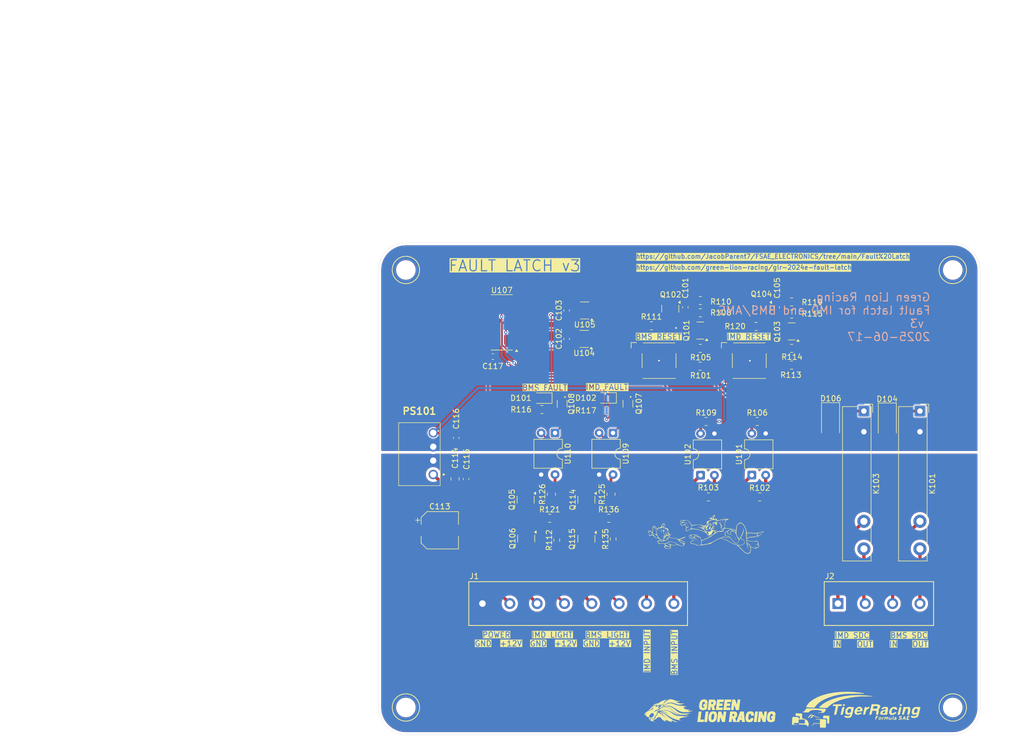
<source format=kicad_pcb>
(kicad_pcb (version 20241229) (generator "pcbnew") (generator_version "9.0")
  (title_block (title "Fault latch for IMD and BMS/AMS") (date "2025-06-17") (rev "v3") (company "Green Lion Racing") (comment 1 "Alexander Wallrodt") (comment 2 "JacobParent7"))
  (layers (0 "F.Cu" signal) (2 "B.Cu" signal) (13 "F.Paste" user) (15 "B.Paste" user) (5 "F.SilkS" user "F.Silkscreen") (7 "B.SilkS" user "B.Silkscreen") (1 "F.Mask" user) (3 "B.Mask" user) (25 "Edge.Cuts" user))
  (net 0 "")
  (net 1 "Net-(Q101-C)")
  (net 2 "+12V")
  (net 3 "Net-(Q102-B)")
  (net 4 "Net-(Q103-C)")
  (net 5 "Net-(D101-A)")
  (net 6 "Net-(D102-A)")
  (net 7 "+5V")
  (net 8 "Net-(D101-K)")
  (net 9 "Net-(D104-K)")
  (net 10 "GND")
  (net 11 "Net-(Q114-D)")
  (net 12 "Net-(D102-K)")
  (net 13 "Net-(D106-K)")
  (net 14 "BMS_INPUT")
  (net 15 "IMD_INPUT")
  (net 16 "Net-(Q101-B)")
  (net 17 "BMS_LED_GND")
  (net 18 "BMS_LED_12V")
  (net 19 "IMD_LED_GND")
  (net 20 "Net-(Q104-B)")
  (net 21 "IMD_LED_12V")
  (net 22 "Net-(Q103-B)")
  (net 23 "IMD_SDC_IN")
  (net 24 "GNDPWR")
  (net 25 "IMD_SDC_OUT")
  (net 26 "Net-(R101-Pad1)")
  (net 27 "Net-(Q107-D)")
  (net 28 "Net-(Q108-D)")
  (net 29 "Net-(U104-Pad4)")
  (net 30 "Net-(R102-Pad2)")
  (net 31 "Net-(R103-Pad1)")
  (net 32 "BMS_SDC_IN")
  (net 33 "Net-(R113-Pad1)")
  (net 34 "BMS_SDC_OUT")
  (net 35 "Net-(U107B-~{S})")
  (net 36 "Net-(Q105-D)")
  (net 37 "BMS_NRESET")
  (net 38 "NRESET_IMD")
  (net 39 "IMD_LED")
  (net 40 "BMS_LED")
  (net 41 "NBMS_LV")
  (net 45 "unconnected-(U107C-~{R}-Pad10)")
  (net 49 "NIMD_LV")
  (footprint "LOGO" (layer "F.Cu") (at 148.322 130.972)
    (property "Reference" "G***" (hide yes))
    (property "Value" "LOGO" (hide yes))
  )
  (footprint "Diode_SMD:D_SMA" (layer "F.Cu") (at 162.2495 76.9045 -90)
    (property "Reference" "D104")
    (property "Value" "D_Schottky" (hide yes))
  )
  (footprint "Package_TO_SOT_SMD:SOT-23" (layer "F.Cu") (at 139.2625 56.15 -90)
    (property "Reference" "Q104")
    (property "Value" "Q_NPN_BEC" (hide yes))
  )
  (footprint "Resistor_SMD:R_0603_1608Metric" (layer "F.Cu") (at 112.122 98.272 -90)
    (property "Reference" "R135")
    (property "Value" "510R" (hide yes))
  )
  (footprint "Resistor_SMD:R_0805_2012Metric_Pad1.20x1.40mm_HandSolder" (layer "F.Cu") (at 138.2625 59.4)
    (property "Reference" "R120")
    (property "Value" "1k" (hide yes))
  )
  (footprint "Resistor_SMD:R_0805_2012Metric_Pad1.20x1.40mm_HandSolder" (layer "F.Cu") (at 128.0625 54.65 180)
    (property "Reference" "R110")
    (property "Value" "100k" (hide yes))
  )
  (footprint "Resistor_SMD:R_0805_2012Metric_Pad1.20x1.40mm_HandSolder" (layer "F.Cu") (at 129.123131 76.7795 180)
    (property "Reference" "R109")
    (property "Value" "10k" (hide yes))
  )
  (footprint "Resistor_SMD:R_0603_1608Metric" (layer "F.Cu") (at 101.822 98.472 -90)
    (property "Reference" "R112")
    (property "Value" "510R" (hide yes))
  )
  (footprint "Resistor_SMD:R_0805_2012Metric_Pad1.20x1.40mm_HandSolder" (layer "F.Cu") (at 144.7625 63.4 180)
    (property "Reference" "R114")
    (property "Value" "10k" (hide yes))
  )
  (footprint "Resistor_SMD:R_0805_2012Metric_Pad1.20x1.40mm_HandSolder" (layer "F.Cu") (at 99.090181 74.588114)
    (property "Reference" "R116")
    (property "Value" "270R" (hide yes))
  )
  (footprint "Capacitor_SMD:C_0603_1608Metric_Pad1.08x0.95mm_HandSolder" (layer "F.Cu") (at 85.222 87.272 -90)
    (property "Reference" "C115")
    (property "Value" "0.33u" (hide yes))
  )
  (footprint "Resistor_SMD:R_0805_2012Metric_Pad1.20x1.40mm_HandSolder" (layer "F.Cu") (at 111.322 94.472 180)
    (property "Reference" "R136")
    (property "Value" "10k" (hide yes))
  )
  (footprint "Resistor_SMD:R_0805_2012Metric_Pad1.20x1.40mm_HandSolder" (layer "F.Cu") (at 100.822 90.072 90)
    (property "Reference" "R126")
    (property "Value" "10k" (hide yes))
  )
  (footprint "Package_DIP:DIP-4_W7.62mm" (layer "F.Cu") (at 128.097 86.6045 90)
    (property "Reference" "U102")
    (property "Value" "SFH617A-1" (hide yes))
  )
  (footprint "LED_SMD:LED_0805_2012Metric_Pad1.15x1.40mm_HandSolder" (layer "F.Cu") (at 110.847 72.472 180)
    (property "Reference" "D102")
    (property "Value" "RED" (hide yes))
  )
  (footprint "Diode_SMD:D_SMA" (layer "F.Cu") (at 151.8745 76.8545 -90)
    (property "Reference" "D106")
    (property "Value" "D_Schottky" (hide yes))
  )
  (footprint "Package_TO_SOT_SMD:SOT-23" (layer "F.Cu") (at 107.222 98.2345 -90)
    (property "Reference" "Q115")
    (property "Value" "Q_NMOS_GSD" (hide yes))
  )
  (footprint "LOGO" (layer "F.Cu") (at 128.295345 97.263897)
    (property "Reference" "G***" (hide yes))
    (property "Value" "LOGO" (hide yes))
  )
  (footprint "Package_DIP:DIP-4_W7.62mm" (layer "F.Cu") (at 137.472 86.5845 90)
    (property "Reference" "U101")
    (property "Value" "SFH617A-1" (hide yes))
  )
  (footprint "GLR_KiCad_Library:WECO-950-FB-08" (layer "F.Cu") (at 85.722 110.51)
    (property "Reference" "J1")
    (property "Value" "Screw_Terminal_01x08" (hide yes))
  )
  (footprint "Capacitor_SMD:CP_Elec_6.3x5.4" (layer "F.Cu") (at 80.422 96.672)
    (property "Reference" "C113")
    (property "Value" "47u" (hide yes))
  )
  (footprint "Resistor_SMD:R_0805_2012Metric_Pad1.20x1.40mm_HandSolder" (layer "F.Cu") (at 128.0625 56.9 180)
    (property "Reference" "R108")
    (property "Value" "1k" (hide yes))
  )
  (footprint "Capacitor_SMD:C_0603_1608Metric_Pad1.08x0.95mm_HandSolder" (layer "F.Cu") (at 125.3125 55.9 90)
    (property "Reference" "C101")
    (property "Value" "10n" (hide yes))
  )
  (footprint "Button_Switch_SMD:SW_SPST_Omron_B3FS-100xP" (layer "F.Cu") (at 137.0125 65.65)
    (property "Reference" "SW102" (hide yes))
    (property "Value" "SW_Omron_B3FS" (hide yes))
  )
  (footprint "Package_TO_SOT_SMD:SOT-23" (layer "F.Cu") (at 128.0625 60.15 180)
    (property "Reference" "Q101")
    (property "Value" "Q_NPN_BEC" (hide yes))
  )
  (footprint "MountingHole:MountingHole_3.2mm_M3" (layer "F.Cu") (at 174.222 49.072 -90)
    (property "Reference" "H104" (hide yes))
    (property "Value" "MountingHole" (hide yes))
  )
  (footprint "DC-DC:RI0505S" (layer "F.Cu") (at 79.222 86.472 90)
    (property "Reference" "PS101")
    (property "Value" "RI-1205S" (hide yes))
  )
  (footprint "Package_SO:SOIC-16_3.9x9.9mm_P1.27mm" (layer "F.Cu") (at 91.7625 58.65 180)
    (property "Reference" "U107")
    (property "Value" "74LS279" (hide yes))
  )
  (footprint "Capacitor_SMD:C_0603_1608Metric_Pad1.08x0.95mm_HandSolder" (layer "F.Cu") (at 103.622 56.472 90)
    (property "Reference" "C103")
    (property "Value" "100n" (hide yes))
  )
  (footprint "Package_TO_SOT_SMD:SOT-23-5" (layer "F.Cu") (at 106.822 61.672 180)
    (property "Reference" "U104")
    (property "Value" "74AHC1G00" (hide yes))
  )
  (footprint "MountingHole:MountingHole_3.2mm_M3" (layer "F.Cu") (at 74.222 129.072 -90)
    (property "Reference" "H102" (hide yes))
    (property "Value" "MountingHole" (hide yes))
  )
  (footprint "Resistor_SMD:R_0805_2012Metric_Pad1.20x1.40mm_HandSolder" (layer "F.Cu") (at 129.522 90.572 180)
    (property "Reference" "R103")
    (property "Value" "2.2k" (hide yes))
  )
  (footprint "Package_DIP:DIP-4_W7.62mm" (layer "F.Cu") (at 101.497 78.867 -90)
    (property "Reference" "U110")
    (property "Value" "SFH617A-1" (hide yes))
  )
  (footprint "Package_TO_SOT_SMD:SOT-23" (layer "F.Cu") (at 96.122 91.072 -90)
    (property "Reference" "Q105")
    (property "Value" "Q_NMOS_GSD" (hide yes))
  )
  (footprint "Package_TO_SOT_SMD:SOT-523" (layer "F.Cu") (at 102.795276 73.555786 -90)
    (property "Reference" "Q108")
    (property "Value" "Q_PMOS_GSD" (hide yes))
  )
  (footprint "Resistor_SMD:R_0805_2012Metric_Pad1.20x1.40mm_HandSolder" (layer "F.Cu") (at 144.7625 54.9 180)
    (property "Reference" "R119")
    (property "Value" "100k" (hide yes))
  )
  (footprint "Capacitor_SMD:C_0603_1608Metric_Pad1.08x0.95mm_HandSolder" (layer "F.Cu") (at 103.622 61.672 90)
    (property "Reference" "C102")
    (property "Value" "100n" (hide yes))
  )
  (footprint "Package_TO_SOT_SMD:SOT-23" (layer "F.Cu") (at 144.7625 60.3 180)
    (property "Reference" "Q103")
    (property "Value" "Q_NPN_BEC" (hide yes))
  )
  (footprint "Relay_THT:Relay_SPST-NO_Fujitsu_FTR-LYAA005x_FormA_Vertical" (layer "F.Cu") (at 168.222 74.872 -90)
    (property "Reference" "K101")
    (property "Value" "Fujitsu_FTR-LYAA005x" (hide yes))
  )
  (footprint "LOGO" (layer "F.Cu") (at 156.522 129.572)
    (property "Reference" "G***" (hide yes))
    (property "Value" "LOGO" (hide yes))
  )
  (footprint "Resistor_SMD:R_0805_2012Metric_Pad1.20x1.40mm_HandSolder" (layer "F.Cu") (at 119.122 59.272)
    (property "Reference" "R111")
    (property "Value" "1k" (hide yes))
  )
  (footprint "Package_TO_SOT_SMD:SOT-23" (layer "F.Cu") (at 107.222 91.072 -90)
    (property "Reference" "Q114")
    (property "Value" "Q_NMOS_GSD" (hide yes))
  )
  (footprint "Resistor_SMD:R_0805_2012Metric_Pad1.20x1.40mm_HandSolder" (layer "F.Cu") (at 144.7625 66.472)
    (property "Reference" "R113")
    (property "Value" "100k" (hide yes))
  )
  (footprint "GLR_KiCad_Library:WECO-950-FB-04" (layer "F.Cu") (at 170.722 109.634 -90)
    (property "Reference" "J2")
    (property "Value" "Screw_Terminal_01x04" (hide yes))
  )
  (footprint "Capacitor_SMD:C_0603_1608Metric_Pad1.08x0.95mm_HandSolder" (layer "F.Cu") (at 83.422 79.772 90)
    (property "Reference" "C116")
    (property "Value" "100n" (hide yes))
  )
  (footprint "Capacitor_SMD:C_0603_1608Metric_Pad1.08x0.95mm_HandSolder" (layer "F.Cu") (at 142.0125 55.9 90)
    (property "Reference" "C105")
    (property "Value" "10n" (hide yes))
  )
  (footprint "Resistor_SMD:R_0805_2012Metric_Pad1.20x1.40mm_HandSolder" (layer "F.Cu") (at 111.722 90.072 90)
    (property "Reference" "R125")
    (property "Value" "10k" (hide yes))
  )
  (footprint "Capacitor_SMD:C_0603_1608Metric_Pad1.08x0.95mm_HandSolder" (layer "F.Cu") (at 90.121594 64.899503)
    (property "Reference" "C117")
    (property "Value" "100n" (hide yes))
  )
  (footprint "Resistor_SMD:R_0805_2012Metric_Pad1.20x1.40mm_HandSolder" (layer "F.Cu") (at 128.022 66.672)
    (property "Reference" "R101")
    (property "Value" "100k" (hide yes))
  )
  (footprint "Package_TO_SOT_SMD:SOT-23" (layer "F.Cu") (at 96.222 98.172 -90)
    (property "Reference" "Q106")
    (property "Value" "Q_NMOS_GSD" (hide yes))
  )
  (footprint "Package_DIP:DIP-4_W7.62mm" (layer "F.Cu") (at 112.097 78.867 -90)
    (property "Reference" "U109")
    (property "Value" "SFH617A-1" (hide yes))
  )
  (footprint "GLR_KiCAD_Library:glr-logo" (layer "F.Cu") (at 129.822 129.672)
    (property "Reference" "G***" (hide yes))
    (property "Value" "LOGO" (hide yes))
  )
  (footprint "Button_Switch_SMD:SW_SPST_Omron_B3FS-100xP" (layer "F.Cu") (at 120.5125 65.65)
    (property "Reference" "SW101" (hide yes))
    (property "Value" "SW_Omron_B3FS" (hide yes))
  )
  (footprint "Relay_THT:Relay_SPST-NO_Fujitsu_FTR-LYAA005x_FormA_Vertical" (layer "F.Cu") (at 157.972 74.872 -90)
    (property "Reference" "K103")
    (property "Value" "Fujitsu_FTR-LYAA005x" (hide yes))
  )
  (footprint "Resistor_SMD:R_0805_2012Metric_Pad1.20x1.40mm_HandSolder" (layer "F.Cu") (at 110.922 74.772)
    (property "Reference" "R117")
    (property "Value" "270R" (hide yes))
  )
  (footprint "Resistor_SMD:R_0805_2012Metric_Pad1.20x1.40mm_HandSolder" (layer "F.Cu") (at 144.7625 57.15 180)
    (property "Reference" "R115")
    (property "Value" "1k" (hide yes))
  )
  (footprint "Resistor_SMD:R_0805_2012Metric_Pad1.20x1.40mm_HandSolder" (layer "F.Cu") (at 138.922 90.572)
    (property "Reference" "R102")
    (property "Value" "10k" (hide yes))
  )
  (footprint "MountingHole:MountingHole_3.2mm_M3" (layer "F.Cu") (at 174.222 129.072 -90)
    (property "Reference" "H103" (hide yes))
    (property "Value" "MountingHole" (hide yes))
  )
  (footprint "Package_TO_SOT_SMD:SOT-23-5" (layer "F.Cu") (at 106.922 56.472 180)
    (property "Reference" "U105")
    (property "Value" "74AHC1G00" (hide yes))
  )
  (footprint "Resistor_SMD:R_0805_2012Metric_Pad1.20x1.40mm_HandSolder" (layer "F.Cu") (at 100.522 94.472 180)
    (property "Reference" "R121")
    (property "Value" "10k" (hide yes))
  )
  (footprint "Resistor_SMD:R_0805_2012Metric_Pad1.20x1.40mm_HandSolder" (layer "F.Cu") (at 128.0625 63.4 180)
    (property "Reference" "R105")
    (property "Value" "10k" (hide yes))
  )
  (footprint "Capacitor_SMD:C_0805_2012Metric_Pad1.18x1.45mm_HandSolder" (layer "F.Cu") (at 83.222 87.272 -90)
    (property "Reference" "C114")
    (property "Value" "1u" (hide yes))
  )
  (footprint "Resistor_SMD:R_0805_2012Metric_Pad1.20x1.40mm_HandSolder" (layer "F.Cu") (at 138.472 76.7795 180)
    (property "Reference" "R106")
    (property "Value" "10k" (hide yes))
  )
  (footprint "Package_TO_SOT_SMD:SOT-523" (layer "F.Cu") (at 114.822 73.527 -90)
    (property "Reference" "Q107")
    (property "Value" "Q_PMOS_GSD" (hide yes))
  )
  (footprint "MountingHole:MountingHole_3.2mm_M3" (layer "F.Cu") (at 74.222 49.072 -90)
    (property "Reference" "H101" (hide yes))
    (property "Value" "MountingHole" (hide yes))
  )
  (footprint "Package_TO_SOT_SMD:SOT-23" (layer "F.Cu") (at 122.5625 56.15 -90)
    (property "Reference" "Q102")
    (property "Value" "Q_NPN_BEC" (hide yes))
  )
  (footprint "LED_SMD:LED_0805_2012Metric_Pad1.15x1.40mm_HandSolder" (layer "F.Cu") (at 99.095276 72.500786 180)
    (property "Reference" "D101")
    (property "Value" "RED" (hide yes))
  )
  (gr_circle (center 74.222 129.072) (end 76.722 129.072) (stroke (width 0.1524)) (fill no) (layer "F.SilkS"))
  (gr_circle (center 74.222 49.072) (end 76.722 49.072) (stroke (width 0.1524)) (fill no) (layer "F.SilkS"))
  (gr_circle (center 174.222 129.072) (end 176.722 129.072) (stroke (width 0.1524)) (fill no) (layer "F.SilkS"))
  (gr_circle (center 174.222 49.072) (end 176.722 49.072) (stroke (width 0.1524)) (fill no) (layer "F.SilkS"))
  (gr_arc (start 69.222 49.072) (mid 70.686466 45.536466) (end 74.222 44.072) (stroke (width 0.0381)) (layer "Edge.Cuts"))
  (gr_arc (start 174.222 44.072) (mid 177.757534 45.536466) (end 179.222 49.072) (stroke (width 0.0381)) (layer "Edge.Cuts"))
  (gr_line (start 174.222 134.072) (end 74.222 134.072) (stroke (width 0.0381)) (layer "Edge.Cuts"))
  (gr_line (start 69.222 129.072) (end 69.222 49.072) (stroke (width 0.0381)) (layer "Edge.Cuts"))
  (gr_line (start 179.222 49.072) (end 179.222 129.072) (stroke (width 0.0381)) (layer "Edge.Cuts"))
  (gr_line (start 74.222 44.072) (end 174.222 44.072) (stroke (width 0.0381)) (layer "Edge.Cuts"))
  (gr_arc (start 179.222 129.072) (mid 177.757534 132.607534) (end 174.222 134.072) (stroke (width 0.0381)) (layer "Edge.Cuts"))
  (gr_arc (start 74.222 134.072) (mid 70.686466 132.607534) (end 69.222 129.072) (stroke (width 0.0381)) (layer "Edge.Cuts"))
  (gr_text "BMS SDC" (at 162.722 116.472 0) (layer "F.SilkS" knockout) (effects (font (size 1 1)) (justify left bottom)))
  (gr_text "OUT" (at 156.622 118.072 0) (layer "F.SilkS" knockout) (effects (font (size 1 1)) (justify left bottom)))
  (gr_text "https://github.com/JacobParent7/FSAE_ELECTRONICS/tree/main/Fault%20Latch" (at 116.222 47.072 0) (layer "F.SilkS" knockout) (effects (font (size 0.8128 0.8128) (thickness 0.1524) (bold yes)) (justify left bottom)))
  (gr_text "IMD SDC" (at 152.522 116.472 0) (layer "F.SilkS" knockout) (effects (font (size 1 1)) (justify left bottom)))
  (gr_text "POWER" (at 88.122 116.372 0) (layer "F.SilkS" knockout) (effects (font (size 1 1)) (justify left bottom)))
  (gr_text "IMD RESET" (at 132.822 61.872 0) (layer "F.SilkS" knockout) (effects (font (size 1 1)) (justify left bottom)))
  (gr_text "IN" (at 152.222 118.072 0) (layer "F.SilkS" knockout) (effects (font (size 1 1)) (justify left bottom)))
  (gr_text "IMD LIGHT\n" (at 97.122 116.372 0) (layer "F.SilkS" knockout) (effects (font (size 1 1)) (justify left bottom)))
  (gr_text "BMS INPUT" (at 123.922 123.272 90) (layer "F.SilkS" knockout) (effects (font (size 1 1)) (justify left bottom)))
  (gr_text "GND" (at 86.722 117.972 0) (layer "F.SilkS" knockout) (effects (font (size 1 1)) (justify left bottom)))
  (gr_text "https://github.com/green-lion-racing/glr-2024e-fault-latch" (at 116.222 49.072 0) (layer "F.SilkS" knockout) (effects (font (size 0.8128 0.8128) (thickness 0.1524) (bold yes)) (justify left bottom)))
  (gr_text "BMS RESET" (at 116.122 61.872 0) (layer "F.SilkS" knockout) (effects (font (size 1 1)) (justify left bottom)))
  (gr_text "+12V" (at 91.322 117.972 0) (layer "F.SilkS" knockout) (effects (font (size 1 1)) (justify left bottom)))
  (gr_text "BMS LIGHT\n" (at 106.922 116.372 0) (layer "F.SilkS" knockout) (effects (font (size 1 1)) (justify left bottom)))
  (gr_text "GND" (at 96.822 117.972 0) (layer "F.SilkS" knockout) (effects (font (size 1 1)) (justify left bottom)))
  (gr_text "GND" (at 106.522 117.972 0) (layer "F.SilkS" knockout) (effects (font (size 1 1)) (justify left bottom)))
  (gr_text "IMD_FAULT" (at 107.022 71.072 0) (layer "F.SilkS" knockout) (effects (font (size 1 1)) (justify left bottom)))
  (gr_text "IMD INPUT" (at 118.922 122.772 90) (layer "F.SilkS" knockout) (effects (font (size 1 1)) (justify left bottom)))
  (gr_text "BMS FAULT" (at 95.422 71.172 0) (layer "F.SilkS" knockout) (effects (font (size 1 1)) (justify left bottom)))
  (gr_text "+12V\n" (at 101.322 117.972 0) (layer "F.SilkS" knockout) (effects (font (size 1 1)) (justify left bottom)))
  (gr_text "+12V\n" (at 111.222 117.972 0) (layer "F.SilkS" knockout) (effects (font (size 1 1)) (justify left bottom)))
  (gr_text "OUT" (at 166.722 118.072 0) (layer "F.SilkS" knockout) (effects (font (size 1 1)) (justify left bottom)))
  (gr_text "IN" (at 162.522 118.072 0) (layer "F.SilkS" knockout) (effects (font (size 1 1)) (justify left bottom)))
  (gr_text "FAULT LATCH ${REVISION}" (at 81.922 49.472 0) (layer "F.SilkS" knockout) (effects (font (size 2 2) (thickness 0.2) (bold yes)) (justify left bottom)))
  (gr_text "${COMPANY}\n${TITLE}\n${PROJECTNAME} ${REVISION}\n${ISSUE_DATE}" (at 170.222 62.172 0) (layer "B.SilkS") (effects (font (size 1.5 1.5) (thickness 0.1875)) (justify left bottom mirror)))
  (segment (start 125.45 56.9) (end 125.3125 56.7625) (width 0.3) (layer "F.Cu") (net 1))
  (segment (start 127.125 56.9625) (end 127.0625 56.9) (width 0.3) (layer "F.Cu") (net 1))
  (segment (start 127.0625 60.0875) (end 127.125 60.15) (width 0.3) (layer "F.Cu") (net 1))
  (segment (start 127.0625 56.9) (end 127.0625 60.0875) (width 0.3) (layer "F.Cu") (net 1))
  (segment (start 126.925 56.7625) (end 127.0625 56.9) (width 0.3) (layer "F.Cu") (net 1))
  (segment (start 127.0625 56.9) (end 125.45 56.9) (width 0.3) (layer "F.Cu") (net 1))
  (segment (start 83.397 88.1345) (end 83.222 88.3095) (width 0.6) (layer "F.Cu") (net 2))
  (segment (start 112.122 94.672) (end 112.322 94.472) (width 0.5) (layer "F.Cu") (net 2))
  (segment (start 114.022 91.072) (end 111.722 91.072) (width 0.6) (layer "F.Cu") (net 2))
  (segment (start 83.222 96.672) (end 83.222 88.3095) (width 0.6) (layer "F.Cu") (net 2))
  (segment (start 88.2595 88.1345) (end 91.822 84.572) (width 0.6) (layer "F.Cu") (net 2))
  (segment (start 114.622 84.572) (end 115.122 85.072) (width 0.6) (layer "F.Cu") (net 2))
  (segment (start 100.822 91.072) (end 101.522 91.772) (width 0.5) (layer "F.Cu") (net 2))
  (segment (start 81.0595 88.3095) (end 79.222 86.472) (width 0.6) (layer "F.Cu") (net 2))
  (segment (start 104.022 84.572) (end 114.622 84.572) (width 0.6) (layer "F.Cu") (net 2))
  (segment (start 83.222 100.072) (end 83.222 96.672) (width 0.6) (layer "F.Cu") (net 2))
  (segment (start 83.222 88.3095) (end 81.0595 88.3095) (width 0.6) (layer "F.Cu") (net 2))
  (segment (start 103.522 84.572) (end 104.022 84.572) (width 0.5) (layer "F.Cu") (net 2))
  (segment (start 101.522 91.772) (end 101.522 94.472) (width 0.5) (layer "F.Cu") (net 2))
  (segment (start 100.822 91.072) (end 102.922 91.072) (width 0.5) (layer "F.Cu") (net 2))
  (segment (start 83.191 96.703) (end 83.222 96.672) (width 0.6) (layer "F.Cu") (net 2))
  (segment (start 102.922 91.072) (end 103.522 90.472) (width 0.5) (layer "F.Cu") (net 2))
  (segment (start 112.322 91.672) (end 111.722 91.072) (width 0.5) (layer "F.Cu") (net 2))
  (segment (start 112.122 97.447) (end 112.122 94.672) (width 0.5) (layer "F.Cu") (net 2))
  (segment (start 101.822 97.647) (end 101.822 94.772) (width 0.5) (layer "F.Cu") (net 2))
  (segment (start 85.222 88.1345) (end 83.397 88.1345) (width 0.6) (layer "F.Cu") (net 2))
  (segment (start 91.822 84.572) (end 104.022 84.572) (width 0.6) (layer "F.Cu") (net 2))
  (segment (start 101.222 91.472) (end 100.822 91.072) (width 0.5) (layer "F.Cu") (net 2))
  (segment (start 85.222 88.1345) (end 88.2595 88.1345) (width 0.6) (layer "F.Cu") (net 2))
  (segment (start 115.122 89.972) (end 114.022 91.072) (width 0.6) (layer "F.Cu") (net 2))
  (segment (start 103.522 90.472) (end 103.522 84.572) (width 0.5) (layer "F.Cu") (net 2))
  (segment (start 115.122 85.072) (end 115.122 89.972) (width 0.6) (layer "F.Cu") (net 2))
  (segment (start 112.322 94.472) (end 112.322 91.672) (width 0.5) (layer "F.Cu") (net 2))
  (segment (start 101.822 94.772) (end 101.522 94.472) (width 0.5) (layer "F.Cu") (net 2))
  (segment (start 93.222 110.072) (end 83.222 100.072) (width 0.6) (layer "F.Cu") (net 2))
  (segment (start 127.0625 54.65) (end 125.7 54.65) (width 0.5) (layer "F.Cu") (net 3))
  (segment (start 125.7 54.65) (end 125.3125 55.0375) (width 0.5) (layer "F.Cu") (net 3))
  (segment (start 123.6875 55.0375) (end 123.5125 55.2125) (width 0.3) (layer "F.Cu") (net 3))
  (segment (start 125.3125 55.0375) (end 123.6875 55.0375) (width 0.3) (layer "F.Cu") (net 3))
  (segment (start 143.375 56.7625) (end 143.7625 57.15) (width 0.5) (layer "F.Cu") (net 4))
  (segment (start 143.7625 57.15) (end 143.7625 57.3875) (width 0.3) (layer "F.Cu") (net 4))
  (segment (start 143.825 57.45) (end 143.825 60.3) (width 0.3) (layer "F.Cu") (net 4))
  (segment (start 143.7625 57.3875) (end 143.825 57.45) (width 0.3) (layer "F.Cu") (net 4))
  (segment (start 142.0125 56.7625) (end 143.375 56.7625) (width 0.5) (layer "F.Cu") (net 4))
  (segment (start 143.825 57.2125) (end 143.7625 57.15) (width 0.3) (layer "F.Cu") (net 4))
  (segment (start 98.090181 74.588114) (end 98.090181 72.520691) (width 0.3) (layer "F.Cu") (net 5))
  (segment (start 98.090181 72.520691) (end 98.070276 72.500786) (width 0.3) (layer "F.Cu") (net 5))
  (segment (start 109.922 74.772) (end 109.922 72.572) (width 0.3) (layer "F.Cu") (net 6))
  (segment (start 109.922 72.572) (end 109.822 72.472) (width 0.3) (layer "F.Cu") (net 6))
  (segment (start 116.5125 67.9) (end 124.5125 67.9) (width 0.5) (layer "F.Cu") (net 7))
  (segment (start 133.0125 67.9) (end 133.0125 69.1815) (width 0.5) (layer "F.Cu") (net 7))
  (segment (start 100.7845 57.3345) (end 100.722 57.272) (width 0.3) (layer "F.Cu") (net 7))
  (segment (start 89.2875 63.095) (end 89.2875 64.871097) (width 0.5) (layer "F.Cu") (net 7))
  (segment (start 103.622 57.3345) (end 100.7845 57.3345) (width 0.3) (layer "F.Cu") (net 7))
  (segment (start 145.7625 54.9) (end 145.7625 57.15) (width 0.5) (layer "F.Cu") (net 7))
  (segment (start 90.163302 75.639114) (end 89.259094 74.734906) (width 0.3) (layer "F.Cu") (net 7))
  (segment (start 105.6845 62.622) (end 103.7095 62.622) (width 0.3) (layer "F.Cu") (net 7))
  (segment (start 100.090181 74.588114) (end 99.039181 75.639114) (width 0.3) (layer "F.Cu") (net 7))
  (segment (start 133.0125 67.9) (end 131.7615 66.649) (width 0.5) (layer "F.Cu") (net 7))
  (segment (start 131.7615 66.649) (end 131.7615 62.249) (width 0.5) (layer "F.Cu") (net 7))
  (segment (start 146.594 67.9) (end 147.822 66.672) (width 0.5) (layer "F.Cu") (net 7))
  (segment (start 130.123131 76.7795) (end 131.5145 76.7795) (width 0.3) (layer "F.Cu") (net 7))
  (segment (start 133.0125 67.9) (end 141.0125 67.9) (width 0.5) (layer "F.Cu") (net 7))
  (segment (start 79.2795 78.9095) (end 79.222 78.852) (width 0.5) (layer "F.Cu") (net 7))
  (segment (start 105.7845 57.422) (end 103.7095 57.422) (width 0.3) (layer "F.Cu") (net 7))
  (segment (start 103.7095 62.622) (end 103.622 62.5345) (width 0.3) (layer "F.Cu") (net 7))
  (segment (start 141.0125 67.9) (end 146.594 67.9) (width 0.5) (layer "F.Cu") (net 7))
  (segment (start 113.812 72.882) (end 114.322 72.882) (width 0.3) (layer "F.Cu") (net 7))
  (segment (start 116.5125 67.9) (end 115.022 66.4095) (width 0.5) (layer "F.Cu") (net 7))
  (segment (start 133.0125 69.1815) (end 132.422 69.772) (width 0.5) (layer "F.Cu") (net 7))
  (segment (start 111.922 74.772) (end 113.812 72.882) (width 0.3) (layer "F.Cu") (net 7))
  (segment (start 100.090181 74.588114) (end 100.617948 74.588114) (width 0.3) (layer "F.Cu") (net 7))
  (segment (start 139.4295 76.7795) (end 132.422 69.772) (width 0.3) (layer "F.Cu") (net 7))
  (segment (start 83.422 78.9095) (end 79.2795 78.9095) (width 0.5) (layer "F.Cu") (net 7))
  (segment (start 89.2875 64.871097) (end 89.259094 64.899503) (width 0.5) (layer "F.Cu") (net 7))
  (segment (start 83.422 78.9095) (end 85.0845 78.9095) (width 0.5) (layer "F.Cu") (net 7))
  (segment (start 129.0625 56.9) (end 129.0625 54.65) (width 0.5) (layer "F.Cu") (net 7))
  (segment (start 147.822 66.672) (end 147.822 59.2095) (width 0.5) (layer "F.Cu") (net 7))
  (segment (start 131.7615 59.599) (end 131.9605 59.4) (width 0.5) (layer "F.Cu") (net 7))
  (segment (start 131.7615 59.599) (end 129.0625 56.9) (width 0.5) (layer "F.Cu") (net 7))
  (segment (start 131.7615 62.249) (end 131.7615 59.599) (width 0.5) (layer "F.Cu") (net 7))
  (segment (start 103.622 62.5345) (end 100.8845 62.5345) (width 0.3) (layer "F.Cu") (net 7))
  (segment (start 115.022 60.572) (end 116.322 59.272) (width 0.5) (layer "F.Cu") (net 7))
  (segment (start 85.0845 78.9095) (end 89.259094 74.734906) (width 0.5) (layer "F.Cu") (net 7))
  (segment (start 115.022 66.4095) (end 115.022 60.572) (width 0.5) (layer "F.Cu") (net 7))
  (segment (start 89.259094 74.734906) (end 89.259094 64.899503) (width 0.5) (layer "F.Cu") (net 7))
  (segment (start 103.7095 57.422) (end 103.622 57.3345) (width 0.3) (layer "F.Cu") (net 7))
  (segment (start 131.5145 76.7795) (end 131.522 76.772) (width 0.3) (layer "F.Cu") (net 7))
  (segment (start 100.8845 62.5345) (end 100.822 62.472) (width 0.3) (layer "F.Cu") (net 7))
  (segment (start 99.039181 75.639114) (end 90.163302 75.639114) (width 0.3) (layer "F.Cu") (net 7))
  (segment (start 147.822 59.2095) (end 145.7625 57.15) (width 0.5) (layer "F.Cu") (net 7))
  (segment (start 131.9605 59.4) (end 137.2625 59.4) (width 0.5) (layer "F.Cu") (net 7))
  (segment (start 116.322 59.272) (end 118.122 59.272) (width 0.5) (layer "F.Cu") (net 7))
  (segment (start 100.617948 74.588114) (end 102.295276 72.910786) (width 0.3) (layer "F.Cu") (net 7))
  (segment (start 124.5125 67.9) (end 133.0125 67.9) (width 0.5) (layer "F.Cu") (net 7))
  (segment (start 139.472 76.7795) (end 139.4295 76.7795) (width 0.3) (layer "F.Cu") (net 7))
  (segment (start 111.922 74.772) (end 111.922 75.372) (width 0.3) (layer "F.Cu") (net 7))
  (segment (start 111.922 75.372) (end 110.922 76.372) (width 0.3) (layer "F.Cu") (net 7))
  (via (at 131.522 76.772) (size 0.6) (drill 0.3) (layers "F.Cu" "B.Cu") (net 7))
  (via (at 110.922 76.372) (size 0.6) (drill 0.3) (layers "F.Cu" "B.Cu") (net 7))
  (via (at 132.422 69.772) (size 0.6) (drill 0.3) (layers "F.Cu" "B.Cu") (net 7))
  (via (at 100.722 57.272) (size 0.6) (drill 0.3) (layers "F.Cu" "B.Cu") (net 7))
  (via (at 100.822 62.472) (size 0.6) (drill 0.3) (layers "F.Cu" "B.Cu") (net 7))
  (segment (start 100.922 70.672) (end 110.922 70.672) (width 0.5) (layer "B.Cu") (net 7))
  (segment (start 100.822 62.472) (end 100.822 70.572) (width 0.3) (layer "B.Cu") (net 7))
  (segment (start 100.722 57.272) (end 100.822 57.372) (width 0.3) (layer "B.Cu") (net 7))
  (segment (start 100.822 70.572) (end 100.922 70.672) (width 0.3) (layer "B.Cu") (net 7))
  (segment (start 132.022 76.772) (end 131.522 76.772) (width 0.3) (layer "B.Cu") (net 7))
  (segment (start 132.422 76.372) (end 132.022 76.772) (width 0.3) (layer "B.Cu") (net 7))
  (segment (start 131.522 70.672) (end 132.422 69.772) (width 0.5) (layer "B.Cu") (net 7))
  (segment (start 87.402 70.672) (end 100.922 70.672) (width 0.5) (layer "B.Cu") (net 7))
  (segment (start 132.422 69.772) (end 132.422 76.372) (width 0.3) (layer "B.Cu") (net 7))
  (segment (start 79.222 78.852) (end 87.402 70.672) (width 0.5) (layer "B.Cu") (net 7))
  (segment (start 100.822 57.372) (end 100.822 62.472) (width 0.3) (layer "B.Cu") (net 7))
  (segment (start 110.922 70.672) (end 131.522 70.672) (width 0.5) (layer "B.Cu") (net 7))
  (segment (start 110.922 76.372) (end 110.922 70.672) (width 0.3) (layer "B.Cu") (net 7))
  (segment (start 92.519 55.475) (end 91.722 56.272) (width 0.3) (layer "F.Cu") (net 8))
  (segment (start 100.120276 72.500786) (end 97.29149 69.672) (width 0.3) (layer "F.Cu") (net 8))
  (segment (start 91.722 56.272) (end 91.722 57.572) (width 0.3) (layer "F.Cu") (net 8))
  (segment (start 97.29149 69.672) (end 96.522 69.672) (width 0.3) (layer "F.Cu") (net 8))
  (segment (start 102.689276 72.304786) (end 103.295276 72.910786) (width 0.3) (layer "F.Cu") (net 8))
  (segment (start 96.522 69.672) (end 93.022 66.172) (width 0.3) (layer "F.Cu") (net 8))
  (segment (start 100.316276 72.304786) (end 102.689276 72.304786) (width 0.3) (layer "F.Cu") (net 8))
  (segment (start 100.120276 72.500786) (end 100.316276 72.304786) (width 0.3) (layer "F.Cu") (net 8))
  (segment (start 94.2375 55.475) (end 92.519 55.475) (width 0.3) (layer "F.Cu") (net 8))
  (via (at 91.722 57.572) (size 0.6) (drill 0.3) (layers "F.Cu" "B.Cu") (net 8))
  (via (at 93.022 66.172) (size 0.6) (drill 0.3) (layers "F.Cu" "B.Cu") (net 8))
  (segment (start 91.722 64.872) (end 91.722 57.572) (width 0.3) (layer "B.Cu") (net 8))
  (segment (start 93.022 66.172) (end 91.722 64.872) (width 0.3) (layer "B.Cu") (net 8))
  (segment (start 147.41548 80.62) (end 111.31 80.62) (width 0.3) (layer "F.Cu") (net 9))
  (segment (start 162.2495 74.9045) (end 162.2495 74.8995) (width 0.5) (layer "F.Cu") (net 9))
  (segment (start 147.41548 80.62) (end 148.922 79.113478) (width 0.3) (layer "F.Cu") (net 9))
  (segment (start 148.922 73.862) (end 150.867 71.917) (width 0.3) (layer "F.Cu") (net 9))
  (segment (start 162.2495 72.7995) (end 162.2495 74.9045) (width 0.3) (layer "F.Cu") (net 9))
  (segment (start 148.922 79.113478) (end 148.922 73.862) (width 0.3) (layer "F.Cu") (net 9))
  (segment (start 168.222 74.872) (end 162.282 74.872) (width 0.5) (layer "F.Cu") (net 9))
  (segment (start 150.867 71.917) (end 161.367 71.917) (width 0.3) (layer "F.Cu") (net 9))
  (segment (start 162.282 74.872) (end 162.2495 74.9045) (width 0.5) (layer "F.Cu") (net 9))
  (segment (start 161.367 71.917) (end 162.2495 72.7995) (width 0.3) (layer "F.Cu") (net 9))
  (segment (start 111.31 80.62) (end 109.557 78.867) (width 0.3) (layer "F.Cu") (net 9))
  (via (at 120.5125 65.65) (size 0.6) (drill 0.3) (layers "F.Cu" "B.Cu") (net 10))
  (via (at 137.122 65.672) (size 0.6) (drill 0.3) (layers "F.Cu" "B.Cu") (net 10))
  (via (at 123.622 59.672) (size 0.6) (drill 0.3) (layers "F.Cu" "B.Cu") (net 10))
  (segment (start 107.222 92.0095) (end 109.6845 94.472) (width 0.5) (layer "F.Cu") (net 11))
  (segment (start 110.322 94.472) (end 109.722 94.472) (width 0.5) (layer "F.Cu") (net 11))
  (segment (start 109.722 94.472) (end 108.222 95.972) (width 0.5) (layer "F.Cu") (net 11))
  (segment (start 109.6845 94.472) (end 110.322 94.472) (width 0.5) (layer "F.Cu") (net 11))
  (segment (start 108.222 97.247) (end 108.172 97.297) (width 0.5) (layer "F.Cu") (net 11))
  (segment (start 108.222 95.972) (end 108.222 97.247) (width 0.5) (layer "F.Cu") (net 11))
  (segment (start 93.109 59.285) (end 94.2375 59.285) (width 0.3) (layer "F.Cu") (net 12))
  (segment (start 112.068 72.276) (end 114.716 72.276) (width 0.3) (layer "F.Cu") (net 12))
  (segment (start 92.522 60.422) (end 92.522 59.872) (width 0.3) (layer "F.Cu") (net 12))
  (segment (start 92.522 59.872) (end 93.109 59.285) (width 0.3) (layer "F.Cu") (net 12))
  (segment (start 111.872 72.472) (end 112.068 72.276) (width 0.3) (layer "F.Cu") (net 12))
  (segment (start 108.572 69.172) (end 97.122 69.172) (width 0.3) (layer "F.Cu") (net 12))
  (segment (start 92.472 60.472) (end 92.522 60.422) (width 0.3) (layer "F.Cu") (net 12))
  (segment (start 111.872 72.472) (end 108.572 69.172) (width 0.3) (layer "F.Cu") (net 12))
  (segment (start 114.716 72.276) (end 115.322 72.882) (width 0.3) (layer "F.Cu") (net 12))
  (segment (start 97.122 69.172) (end 94.022 66.072) (width 0.3) (layer "F.Cu") (net 12))
  (via (at 92.472 60.472) (size 0.6) (drill 0.3) (layers "F.Cu" "B.Cu") (net 12))
  (via (at 94.022 66.072) (size 0.6) (drill 0.3) (layers "F.Cu" "B.Cu") (net 12))
  (segment (start 92.472 64.522) (end 94.022 66.072) (width 0.3) (layer "B.Cu") (net 12))
  (segment (start 92.472 60.472) (end 92.472 64.522) (width 0.3) (layer "B.Cu") (net 12))
  (segment (start 101.211 81.121) (end 98.957 78.867) (width 0.3) (layer "F.Cu") (net 13))
  (segment (start 157.972 74.872) (end 151.892 74.872) (width 0.5) (layer "F.Cu") (net 13))
  (segment (start 149.423 76.071) (end 150.6395 74.8545) (width 0.3) (layer "F.Cu") (net 13))
  (segment (start 149.423 79.321) (end 149.423 76.071) (width 0.3) (layer "F.Cu") (net 13))
  (segment (start 150.6395 74.8545) (end 151.8745 74.8545) (width 0.3) (layer "F.Cu") (net 13))
  (segment (start 98.857 78.667) (end 98.857 78.907) (width 0.3) (layer "F.Cu") (net 13))
  (segment (start 147.623001 81.121) (end 149.423 79.321) (width 0.3) (layer "F.Cu") (net 13))
  (segment (start 147.623001 81.121) (end 101.211 81.121) (width 0.3) (layer "F.Cu") (net 13))
  (segment (start 151.892 74.872) (end 151.8745 74.8545) (width 0.5) (layer "F.Cu") (net 13))
  (segment (start 151.8745 76.0095) (end 151.8745 74.8545) (width 0.3) (layer "F.Cu") (net 13))
  (segment (start 123.222 100.8345) (end 123.222 110.072) (width 0.6) (layer "F.Cu") (net 14))
  (segment (start 137.472 86.5845) (end 123.222 100.8345) (width 0.6) (layer "F.Cu") (net 14))
  (segment (start 128.097 86.6045) (end 118.222 96.4795) (width 0.6) (layer "F.Cu") (net 15))
  (segment (start 118.222 96.4795) (end 118.222 110.072) (width 0.6) (layer "F.Cu") (net 15))
  (segment (start 129 63.3375) (end 129.0625 63.4) (width 0.3) (layer "F.Cu") (net 16))
  (segment (start 129.0625 61.1625) (end 129 61.1) (width 0.3) (layer "F.Cu") (net 16))
  (segment (start 129 61.1) (end 129 63.3375) (width 0.3) (layer "F.Cu") (net 16))
  (segment (start 107.222 109.072) (end 108.222 110.072) (width 0.6) (layer "F.Cu") (net 17))
  (segment (start 107.222 99.172) (end 107.222 109.072) (width 0.6) (layer "F.Cu") (net 17))
  (segment (start 112.122 108.972) (end 113.222 110.072) (width 0.5) (layer "F.Cu") (net 18))
  (segment (start 112.203 99.178) (end 112.122 99.097) (width 0.5) (layer "F.Cu") (net 18))
  (segment (start 112.122 99.097) (end 112.122 108.972) (width 0.5) (layer "F.Cu") (net 18))
  (segment (start 96.222 108.072) (end 98.222 110.072) (width 0.6) (layer "F.Cu") (net 19))
  (segment (start 96.222 99.1095) (end 96.222 108.072) (width 0.6) (layer "F.Cu") (net 19))
  (segment (start 143.625 55.0375) (end 143.7625 54.9) (width 0.5) (layer "F.Cu") (net 20))
  (segment (start 142.0125 55.0375) (end 143.625 55.0375) (width 0.5) (layer "F.Cu") (net 20))
  (segment (start 141.8375 55.2125) (end 142.0125 55.0375) (width 0.5) (layer "F.Cu") (net 20))
  (segment (start 140.2125 55.2125) (end 141.8375 55.2125) (width 0.5) (layer "F.Cu") (net 20))
  (segment (start 101.822 99.297) (end 101.822 108.672) (width 0.5) (layer "F.Cu") (net 21))
  (segment (start 101.822 108.672) (end 103.222 110.072) (width 0.5) (layer "F.Cu") (net 21))
  (segment (start 101.922 99.397) (end 101.822 99.297) (width 0.5) (layer "F.Cu") (net 21))
  (segment (start 145.7625 61.3125) (end 145.7 61.25) (width 0.3) (layer "F.Cu") (net 22))
  (segment (start 145.7 63.3375) (end 145.7625 63.4) (width 0.3) (layer "F.Cu") (net 22))
  (segment (start 145.7625 63.4) (end 145.7625 61.3125) (width 0.3) (layer "F.Cu") (net 22))
  (segment (start 157.972 95.032) (end 153.222 99.782) (width 0.6) (layer "F.Cu") (net 23))
  (segment (start 153.222 99.782) (end 153.222 110.072) (width 0.6) (layer "F.Cu") (net 23))
  (segment (start 157.972 109.822) (end 158.222 110.072) (width 0.6) (layer "F.Cu") (net 25))
  (segment (start 157.972 100.072) (end 157.972 109.822) (width 0.6) (layer "F.Cu") (net 25))
  (segment (start 127.022 66.672) (end 127.0625 66.6315) (width 0.5) (layer "F.Cu") (net 26))
  (segment (start 127.0625 66.6315) (end 127.0625 63.4) (width 0.5) (layer "F.Cu") (net 26))
  (segment (start 116.5125 63.4) (end 127.0625 63.4) (width 0.5) (layer "F.Cu") (net 26))
  (segment (start 114.822 76.142) (end 112.097 78.867) (width 0.3) (layer "F.Cu") (net 27))
  (segment (start 114.822 74.172) (end 114.822 76.142) (width 0.3) (layer "F.Cu") (net 27))
  (segment (start 102.822 74.22751) (end 102.822 77.542) (width 0.3) (layer "F.Cu") (net 28))
  (segment (start 102.795276 74.200786) (end 102.822 74.22751) (width 0.3) (layer "F.Cu") (net 28))
  (segment (start 102.822 77.542) (end 101.497 78.867) (width 0.3) (layer "F.Cu") (net 28))
  (segment (start 94.2375 61.825) (end 94.2375 60.555) (width 0.3) (layer "F.Cu") (net 29))
  (segment (start 105.6845 60.722) (end 104.8835 59.921) (width 0.3) (layer "F.Cu") (net 29))
  (segment (start 104.8835 59.921) (end 95.846499 59.921) (width 0.3) (layer "F.Cu") (net 29))
  (segment (start 95.846499 59.921) (end 95.212499 60.555) (width 0.3) (layer "F.Cu") (net 29))
  (segment (start 95.212499 60.555) (end 94.2375 60.555) (width 0.3) (layer "F.Cu") (net 29))
  (segment (start 140.012 90.482) (end 139.922 90.572) (width 0.6) (layer "F.Cu") (net 30))
  (segment (start 140.012 86.5845) (end 140.012 90.482) (width 0.6) (layer "F.Cu") (net 30))
  (segment (start 130.637 90.457) (end 130.522 90.572) (width 0.6) (layer "F.Cu") (net 31))
  (segment (start 130.722 86.6895) (end 130.637 86.6045) (width 0.6) (layer "F.Cu") (net 31))
  (segment (start 130.637 86.6045) (end 130.637 90.457) (width 0.6) (layer "F.Cu") (net 31))
  (segment (start 168.222 95.032) (end 163.222 100.032) (width 0.6) (layer "F.Cu") (net 32))
  (segment (start 163.222 100.032) (end 163.222 110.072) (width 0.6) (layer "F.Cu") (net 32))
  (segment (start 133.0125 63.4) (end 143.7625 63.4) (width 0.5) (layer "F.Cu") (net 33))
  (segment (start 143.7625 65.8) (end 143.7625 63.4) (width 0.3) (layer "F.Cu") (net 33))
  (segment (start 168.222 100.072) (end 168.222 110.072) (width 0.6) (layer "F.Cu") (net 34))
  (segment (start 104.9835 54.721) (end 97.236499 54.721) (width 0.3) (layer "F.Cu") (net 35))
  (segment (start 95.212499 56.745) (end 94.2375 56.745) (width 0.3) (layer "F.Cu") (net 35))
  (segment (start 97.236499 54.721) (end 95.212499 56.745) (width 0.3) (layer "F.Cu") (net 35))
  (segment (start 105.7845 55.522) (end 104.9835 54.721) (width 0.3) (layer "F.Cu") (net 35))
  (segment (start 98.5845 94.472) (end 96.122 92.0095) (width 0.5) (layer "F.Cu") (net 36))
  (segment (start 99.522 94.472) (end 98.5845 94.472) (width 0.5) (layer "F.Cu") (net 36))
  (segment (start 98.6345 94.472) (end 97.172 95.9345) (width 0.5) (layer "F.Cu") (net 36))
  (segment (start 97.172 95.9345) (end 97.172 97.2345) (width 0.5) (layer "F.Cu") (net 36))
  (segment (start 99.522 94.472) (end 98.6345 94.472) (width 0.5) (layer "F.Cu") (net 36))
  (segment (start 122.5625 58.1315) (end 121.422 59.272) (width 0.3) (layer "F.Cu") (net 37))
  (segment (start 122.5625 57.0875) (end 122.5625 58.1315) (width 0.3) (layer "F.Cu") (net 37))
  (segment (start 121.422 59.272) (end 120.122 59.272) (width 0.3) (layer "F.Cu") (net 37))
  (segment (start 111.722 61.672) (end 116.3065 57.0875) (width 0.3) (layer "F.Cu") (net 37))
  (segment (start 122.547 57.072) (end 122.5625 57.0875) (width 0.5) (layer "F.Cu") (net 37))
  (segment (start 116.3065 57.0875) (end 122.5625 57.0875) (width 0.3) (layer "F.Cu") (net 37))
  (segment (start 107.9595 61.672) (end 111.722 61.672) (width 0.3) (layer "F.Cu") (net 37))
  (segment (start 108.0595 56.472) (end 112.522 56.472) (width 0.3) (layer "F.Cu") (net 38))
  (segment (start 115.395 53.599) (end 135.248822 53.599) (width 0.3) (layer "F.Cu") (net 38))
  (segment (start 112.522 56.472) (end 115.395 53.599) (width 0.3) (layer "F.Cu") (net 38))
  (segment (start 138.737322 57.0875) (end 139.2625 57.0875) (width 0.3) (layer "F.Cu") (net 38))
  (segment (start 135.248822 53.599) (end 138.737322 57.0875) (width 0.3) (layer "F.Cu") (net 38))
  (segment (start 139.2625 59.4) (end 139.2625 57.0875) (width 0.3) (layer "F.Cu") (net 38))
  (segment (start 100.822 89.072) (end 99.4595 89.072) (width 0.5) (layer "F.Cu") (net 39))
  (segment (start 98.397 90.1345) (end 97.072 90.1345) (width 0.5) (layer "F.Cu") (net 39))
  (segment (start 101.422 86.672) (end 101.422 86.612) (width 0.3) (layer "F.Cu") (net 39))
  (segment (start 101.497 88.397) (end 101.497 86.487) (width 0.5) (layer "F.Cu") (net 39))
  (segment (start 99.4595 89.072) (end 98.397 90.1345) (width 0.5) (layer "F.Cu") (net 39))
  (segment (start 100.822 89.072) (end 101.497 88.397) (width 0.5) (layer "F.Cu") (net 39))
  (segment (start 111.722 86.862) (end 112.097 86.487) (width 0.5) (layer "F.Cu") (net 40))
  (segment (start 111.722 89.072) (end 111.722 86.862) (width 0.5) (layer "F.Cu") (net 40))
  (segment (start 108.672 90.1345) (end 108.172 90.1345) (width 0.5) (layer "F.Cu") (net 40))
  (segment (start 109.7345 89.072) (end 108.672 90.1345) (width 0.5) (layer "F.Cu") (net 40))
  (segment (start 111.722 89.072) (end 109.7345 89.072) (width 0.5) (layer "F.Cu") (net 40))
  (segment (start 97.922 68.072) (end 109.222 68.072) (width 0.3) (layer "F.Cu") (net 41))
  (segment (start 110.622 69.472) (end 130.1645 69.472) (width 0.3) (layer "F.Cu") (net 41))
  (segment (start 109.222 68.072) (end 110.622 69.472) (width 0.3) (layer "F.Cu") (net 41))
  (segment (start 107.1585 63.423) (end 94.5655 63.423) (width 0.3) (layer "F.Cu") (net 41))
  (segment (start 94.2375 64.3875) (end 97.922 68.072) (width 0.3) (layer "F.Cu") (net 41))
  (segment (start 137.472 76.7795) (end 137.472 78.9645) (width 0.5) (layer "F.Cu") (net 41))
  (segment (start 107.9595 62.622) (end 107.1585 63.423) (width 0.3) (layer "F.Cu") (net 41))
  (segment (start 94.5655 63.423) (end 94.2375 63.095) (width 0.3) (layer "F.Cu") (net 41))
  (segment (start 94.2375 63.095) (end 94.2375 64.3875) (width 0.3) (layer "F.Cu") (net 41))
  (segment (start 130.1645 69.472) (end 137.472 76.7795) (width 0.3) (layer "F.Cu") (net 41))
  (segment (start 137.522 76.7295) (end 137.472 76.7795) (width 0.3) (layer "F.Cu") (net 41))
  (segment (start 89.2875 55.475) (end 89.919 55.475) (width 0.3) (layer "F.Cu") (net 45))
  (segment (start 128.123131 76.7795) (end 128.123131 78.958369) (width 0.5) (layer "F.Cu") (net 49))
  (segment (start 97.622 68.572) (end 91.822 62.772) (width 0.3) (layer "F.Cu") (net 49))
  (segment (start 108.0595 57.422) (end 107.2585 58.223) (width 0.3) (layer "F.Cu") (net 49))
  (segment (start 128.123131 76.7795) (end 121.315631 69.972) (width 0.3) (layer "F.Cu") (net 49))
  (segment (start 92.679 58.015) (end 94.2375 58.015) (width 0.3) (layer "F.Cu") (net 49))
  (segment (start 108.922 68.572) (end 97.622 68.572) (width 0.3) (layer "F.Cu") (net 49))
  (segment (start 110.322 69.972) (end 108.922 68.572) (width 0.3) (layer "F.Cu") (net 49))
  (segment (start 121.315631 69.972) (end 110.322 69.972) (width 0.3) (layer "F.Cu") (net 49))
  (segment (start 107.2585 58.223) (end 94.4455 58.223) (width 0.3) (layer "F.Cu") (net 49))
  (segment (start 128.122 76.778369) (end 128.123131 76.7795) (width 0.3) (layer "F.Cu") (net 49))
  (segment (start 94.4455 58.223) (end 94.2375 58.015) (width 0.3) (layer "F.Cu") (net 49))
  (segment (start 128.123131 78.958369) (end 128.097 78.9845) (width 0.5) (layer "F.Cu") (net 49))
  (segment (start 91.822 58.872) (end 92.679 58.015) (width 0.3) (layer "F.Cu") (net 49))
  (segment (start 91.822 62.772) (end 91.822 58.872) (width 0.3) (layer "F.Cu") (net 49))
  (zone (net 10) (net_name "GND") (layer "F.Cu") (name "stitch_zone_0") (connect_pads yes (clearance 0.2)) (min_thickness 0.25) (fill yes (thermal_gap 0.5) (thermal_bridge_width 0.5))
    (polygon (pts (xy 187.272 82.672) (xy 187.272 42.092) (xy 64.722 42.092) (xy 64.722 82.672)))
  )
  (zone (net 24) (net_name "GNDPWR") (layer "F.Cu") (priority 2) (connect_pads yes (clearance 0.5)) (min_thickness 0.25) (fill yes (thermal_gap 0.5) (thermal_bridge_width 0.5))
    (polygon (pts (xy 187.272 82.672) (xy 187.272 137.072) (xy 64.722 137.072) (xy 64.722 82.672)))
  )
  (zone (net 10) (net_name "GND") (layer "B.Cu") (connect_pads yes (clearance 0.2)) (min_thickness 0.2) (fill yes (thermal_gap 0.5) (thermal_bridge_width 0.5) (island_removal_mode 1) (island_area_min 10))
    (polygon (pts (xy 187.272 82.672) (xy 187.272 42.092) (xy 64.722 42.092) (xy 64.722 82.672)))
  )
  (zone (net 24) (net_name "GNDPWR") (layer "B.Cu") (priority 2) (connect_pads yes (clearance 0.5)) (min_thickness 0.25) (fill yes (thermal_gap 0.5) (thermal_bridge_width 0.5))
    (polygon (pts (xy 187.272 82.672) (xy 187.272 137.072) (xy 64.722 137.072) (xy 64.722 82.672)))
  )
)
</source>
